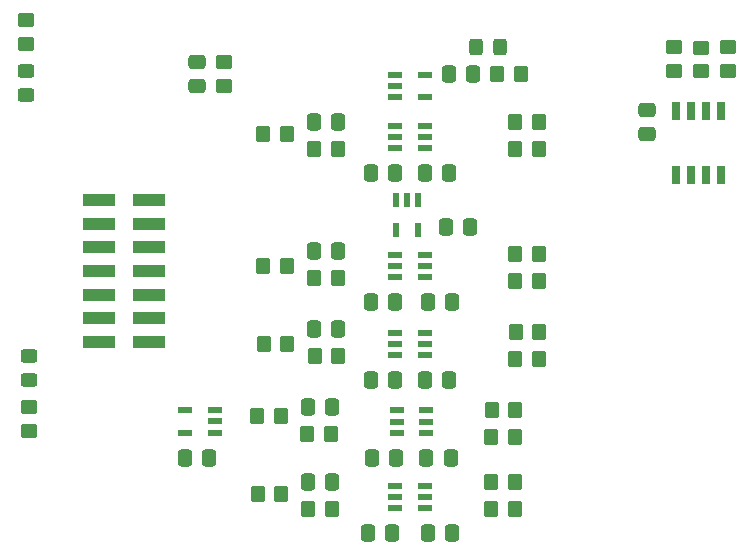
<source format=gtp>
G04 #@! TF.GenerationSoftware,KiCad,Pcbnew,(6.0.1)*
G04 #@! TF.CreationDate,2022-02-21T00:55:15+09:00*
G04 #@! TF.ProjectId,KiCAD_jtag,4b694341-445f-46a7-9461-672e6b696361,rev?*
G04 #@! TF.SameCoordinates,Original*
G04 #@! TF.FileFunction,Paste,Top*
G04 #@! TF.FilePolarity,Positive*
%FSLAX46Y46*%
G04 Gerber Fmt 4.6, Leading zero omitted, Abs format (unit mm)*
G04 Created by KiCad (PCBNEW (6.0.1)) date 2022-02-21 00:55:15*
%MOMM*%
%LPD*%
G01*
G04 APERTURE LIST*
G04 Aperture macros list*
%AMRoundRect*
0 Rectangle with rounded corners*
0 $1 Rounding radius*
0 $2 $3 $4 $5 $6 $7 $8 $9 X,Y pos of 4 corners*
0 Add a 4 corners polygon primitive as box body*
4,1,4,$2,$3,$4,$5,$6,$7,$8,$9,$2,$3,0*
0 Add four circle primitives for the rounded corners*
1,1,$1+$1,$2,$3*
1,1,$1+$1,$4,$5*
1,1,$1+$1,$6,$7*
1,1,$1+$1,$8,$9*
0 Add four rect primitives between the rounded corners*
20,1,$1+$1,$2,$3,$4,$5,0*
20,1,$1+$1,$4,$5,$6,$7,0*
20,1,$1+$1,$6,$7,$8,$9,0*
20,1,$1+$1,$8,$9,$2,$3,0*%
G04 Aperture macros list end*
%ADD10RoundRect,0.250000X0.350000X0.450000X-0.350000X0.450000X-0.350000X-0.450000X0.350000X-0.450000X0*%
%ADD11RoundRect,0.250000X-0.450000X0.350000X-0.450000X-0.350000X0.450000X-0.350000X0.450000X0.350000X0*%
%ADD12RoundRect,0.250000X0.450000X-0.350000X0.450000X0.350000X-0.450000X0.350000X-0.450000X-0.350000X0*%
%ADD13R,1.200000X0.600000*%
%ADD14RoundRect,0.250000X-0.450000X0.325000X-0.450000X-0.325000X0.450000X-0.325000X0.450000X0.325000X0*%
%ADD15RoundRect,0.250000X-0.350000X-0.450000X0.350000X-0.450000X0.350000X0.450000X-0.350000X0.450000X0*%
%ADD16RoundRect,0.250000X-0.337500X-0.475000X0.337500X-0.475000X0.337500X0.475000X-0.337500X0.475000X0*%
%ADD17RoundRect,0.250000X-0.475000X0.337500X-0.475000X-0.337500X0.475000X-0.337500X0.475000X0.337500X0*%
%ADD18RoundRect,0.250000X0.337500X0.475000X-0.337500X0.475000X-0.337500X-0.475000X0.337500X-0.475000X0*%
%ADD19RoundRect,0.250000X0.475000X-0.337500X0.475000X0.337500X-0.475000X0.337500X-0.475000X-0.337500X0*%
%ADD20R,0.700000X1.525000*%
%ADD21R,0.600000X1.200000*%
%ADD22R,2.750000X1.000000*%
%ADD23RoundRect,0.250000X0.450000X-0.325000X0.450000X0.325000X-0.450000X0.325000X-0.450000X-0.325000X0*%
%ADD24RoundRect,0.250000X-0.325000X-0.450000X0.325000X-0.450000X0.325000X0.450000X-0.325000X0.450000X0*%
G04 APERTURE END LIST*
D10*
X243926000Y-145428000D03*
X241926000Y-145428000D03*
D11*
X261976000Y-106328000D03*
X261976000Y-108328000D03*
D12*
X202794000Y-138808000D03*
X202794000Y-136808000D03*
D10*
X243926000Y-139306600D03*
X241926000Y-139306600D03*
D13*
X236302000Y-145362000D03*
X236302000Y-144412000D03*
X236302000Y-143462000D03*
X233802000Y-143462000D03*
X233802000Y-144412000D03*
X233802000Y-145362000D03*
D10*
X224130000Y-144158000D03*
X222130000Y-144158000D03*
D14*
X202794000Y-132465000D03*
X202794000Y-134515000D03*
D15*
X226940000Y-114948000D03*
X228940000Y-114948000D03*
D16*
X226902500Y-112662000D03*
X228977500Y-112662000D03*
D10*
X244434000Y-108598000D03*
X242434000Y-108598000D03*
D11*
X259690000Y-106344000D03*
X259690000Y-108344000D03*
D13*
X236302000Y-125804000D03*
X236302000Y-124854000D03*
X236302000Y-123904000D03*
X233802000Y-123904000D03*
X233802000Y-124854000D03*
X233802000Y-125804000D03*
D17*
X255118000Y-111603000D03*
X255118000Y-113678000D03*
D16*
X226394500Y-143142000D03*
X228469500Y-143142000D03*
D10*
X245974000Y-130442000D03*
X243974000Y-130442000D03*
X245942000Y-132728000D03*
X243942000Y-132728000D03*
D18*
X233782000Y-116980000D03*
X231707000Y-116980000D03*
D19*
X217003800Y-109600100D03*
X217003800Y-107525100D03*
D13*
X218522000Y-138946000D03*
X218522000Y-137996000D03*
X218522000Y-137046000D03*
X216022000Y-137046000D03*
X216022000Y-138946000D03*
D16*
X236554500Y-147460000D03*
X238629500Y-147460000D03*
X236394300Y-141059200D03*
X238469300Y-141059200D03*
D13*
X236394200Y-138961200D03*
X236394200Y-138011200D03*
X236394200Y-137061200D03*
X233894200Y-137061200D03*
X233894200Y-138011200D03*
X233894200Y-138961200D03*
D18*
X233803500Y-134506000D03*
X231728500Y-134506000D03*
D15*
X226321000Y-139078000D03*
X228321000Y-139078000D03*
D16*
X226365200Y-136792000D03*
X228440200Y-136792000D03*
D10*
X245958000Y-126124000D03*
X243958000Y-126124000D03*
D16*
X226902500Y-130188000D03*
X228977500Y-130188000D03*
D10*
X243926000Y-143142000D03*
X241926000Y-143142000D03*
D11*
X257404000Y-106328000D03*
X257404000Y-108328000D03*
D20*
X257531000Y-117152000D03*
X258801000Y-117152000D03*
X260071000Y-117152000D03*
X261341000Y-117152000D03*
X261341000Y-111728000D03*
X260071000Y-111728000D03*
X258801000Y-111728000D03*
X257531000Y-111728000D03*
D10*
X245942000Y-114948000D03*
X243942000Y-114948000D03*
D15*
X226940000Y-125870000D03*
X228940000Y-125870000D03*
D16*
X226902500Y-123584000D03*
X228977500Y-123584000D03*
D10*
X224114000Y-137528600D03*
X222114000Y-137528600D03*
D18*
X233803500Y-127902000D03*
X231728500Y-127902000D03*
D10*
X224622000Y-124854000D03*
X222622000Y-124854000D03*
D13*
X236302000Y-114882000D03*
X236302000Y-113932000D03*
X236302000Y-112982000D03*
X233802000Y-112982000D03*
X233802000Y-113932000D03*
X233802000Y-114882000D03*
X233802000Y-108648000D03*
X233802000Y-109598000D03*
X233802000Y-110548000D03*
X236302000Y-110548000D03*
X236302000Y-108648000D03*
D10*
X245958000Y-123838000D03*
X243958000Y-123838000D03*
D16*
X238332500Y-108582000D03*
X240407500Y-108582000D03*
D11*
X202540000Y-104042000D03*
X202540000Y-106042000D03*
D10*
X224638000Y-131458000D03*
X222638000Y-131458000D03*
D13*
X236302000Y-132408000D03*
X236302000Y-131458000D03*
X236302000Y-130508000D03*
X233802000Y-130508000D03*
X233802000Y-131458000D03*
X233802000Y-132408000D03*
D18*
X233549500Y-147460000D03*
X231474500Y-147460000D03*
D10*
X245958000Y-112662000D03*
X243958000Y-112662000D03*
X243951400Y-136995200D03*
X241951400Y-136995200D03*
D21*
X235748000Y-119286000D03*
X234798000Y-119286000D03*
X233848000Y-119286000D03*
X233848000Y-121786000D03*
X235748000Y-121786000D03*
D22*
X208678800Y-119262600D03*
X212928800Y-119262600D03*
X208678800Y-121262600D03*
X212928800Y-121262600D03*
X208678800Y-123262600D03*
X212928800Y-123262600D03*
X208678800Y-125262600D03*
X212928800Y-125262600D03*
X208678800Y-127262600D03*
X212928800Y-127262600D03*
X208678800Y-129262600D03*
X212928800Y-129262600D03*
X208678800Y-131262600D03*
X212928800Y-131262600D03*
D12*
X219303800Y-109562600D03*
X219303800Y-107562600D03*
D23*
X202540000Y-110385000D03*
X202540000Y-108335000D03*
D16*
X236300500Y-116980000D03*
X238375500Y-116980000D03*
D15*
X226432000Y-145428000D03*
X228432000Y-145428000D03*
D16*
X215980500Y-141110000D03*
X218055500Y-141110000D03*
D24*
X240622000Y-106312000D03*
X242672000Y-106312000D03*
D16*
X236300500Y-134506000D03*
X238375500Y-134506000D03*
D18*
X233879700Y-141059200D03*
X231804700Y-141059200D03*
D16*
X236554500Y-127902000D03*
X238629500Y-127902000D03*
D15*
X226956000Y-132474000D03*
X228956000Y-132474000D03*
D10*
X224622000Y-113678000D03*
X222622000Y-113678000D03*
D16*
X238078500Y-121552000D03*
X240153500Y-121552000D03*
M02*

</source>
